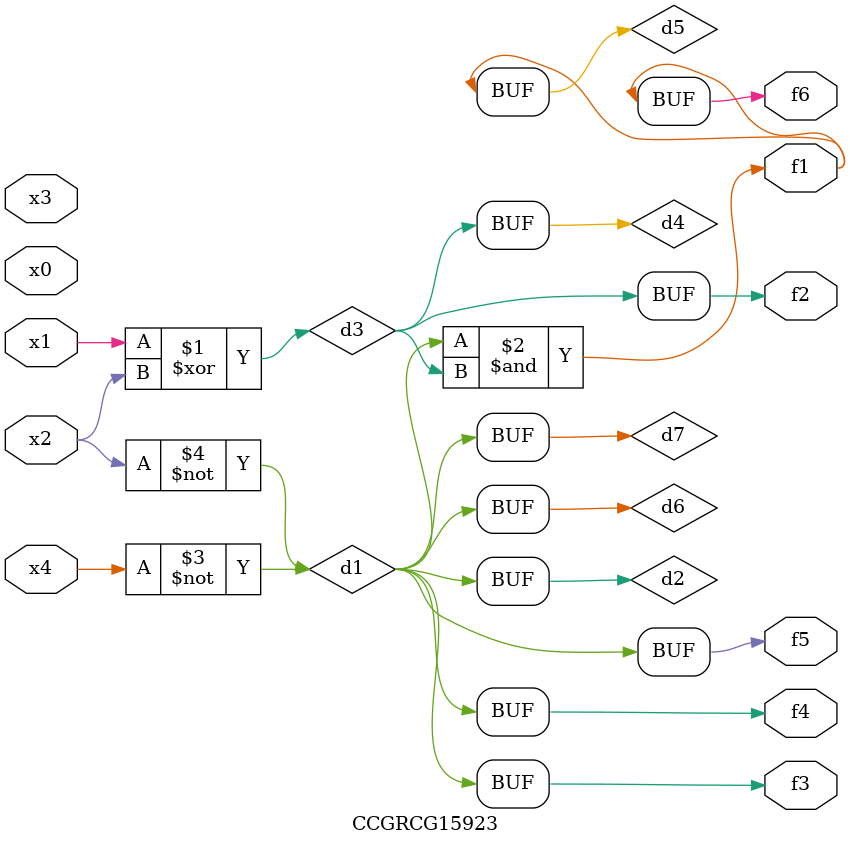
<source format=v>
module CCGRCG15923(
	input x0, x1, x2, x3, x4,
	output f1, f2, f3, f4, f5, f6
);

	wire d1, d2, d3, d4, d5, d6, d7;

	not (d1, x4);
	not (d2, x2);
	xor (d3, x1, x2);
	buf (d4, d3);
	and (d5, d1, d3);
	buf (d6, d1, d2);
	buf (d7, d2);
	assign f1 = d5;
	assign f2 = d4;
	assign f3 = d7;
	assign f4 = d7;
	assign f5 = d7;
	assign f6 = d5;
endmodule

</source>
